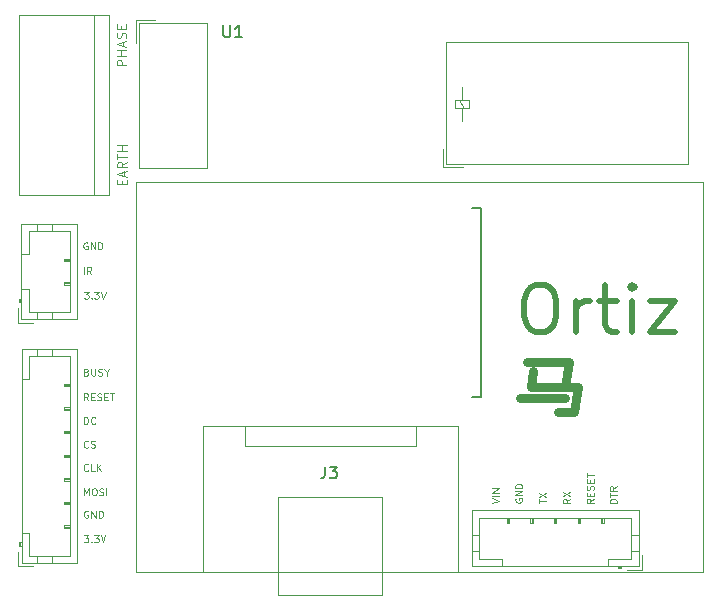
<source format=gbr>
%TF.GenerationSoftware,KiCad,Pcbnew,(6.99.0-3325-gcb6b2da55f)*%
%TF.CreationDate,2023-05-02T13:50:11+02:00*%
%TF.ProjectId,ac-control,61632d63-6f6e-4747-926f-6c2e6b696361,V1.0.0*%
%TF.SameCoordinates,Original*%
%TF.FileFunction,Legend,Top*%
%TF.FilePolarity,Positive*%
%FSLAX46Y46*%
G04 Gerber Fmt 4.6, Leading zero omitted, Abs format (unit mm)*
G04 Created by KiCad (PCBNEW (6.99.0-3325-gcb6b2da55f)) date 2023-05-02 13:50:11*
%MOMM*%
%LPD*%
G01*
G04 APERTURE LIST*
%ADD10C,0.800000*%
%ADD11C,0.500000*%
%ADD12C,0.100000*%
%ADD13C,0.150000*%
%ADD14C,0.120000*%
%ADD15C,0.152400*%
G04 APERTURE END LIST*
D10*
X135380952Y-116486666D02*
X139190476Y-116486666D01*
X138619047Y-117629523D02*
X139761904Y-117629523D01*
X136523809Y-114200952D02*
X136333333Y-115534285D01*
X136333333Y-115534285D02*
X140333333Y-115534285D01*
X140333333Y-115534285D02*
X139952380Y-117629523D01*
X135952380Y-113439047D02*
X139571428Y-113439047D01*
X139571428Y-113439047D02*
X139190476Y-115534285D01*
D11*
X136714285Y-106879523D02*
X137476190Y-106879523D01*
X137476190Y-106879523D02*
X137857142Y-107070000D01*
X137857142Y-107070000D02*
X138238095Y-107450952D01*
X138238095Y-107450952D02*
X138428571Y-108212857D01*
X138428571Y-108212857D02*
X138428571Y-109546190D01*
X138428571Y-109546190D02*
X138238095Y-110308095D01*
X138238095Y-110308095D02*
X137857142Y-110689047D01*
X137857142Y-110689047D02*
X137476190Y-110879523D01*
X137476190Y-110879523D02*
X136714285Y-110879523D01*
X136714285Y-110879523D02*
X136333333Y-110689047D01*
X136333333Y-110689047D02*
X135952380Y-110308095D01*
X135952380Y-110308095D02*
X135761904Y-109546190D01*
X135761904Y-109546190D02*
X135761904Y-108212857D01*
X135761904Y-108212857D02*
X135952380Y-107450952D01*
X135952380Y-107450952D02*
X136333333Y-107070000D01*
X136333333Y-107070000D02*
X136714285Y-106879523D01*
X140142856Y-110879523D02*
X140142856Y-108212857D01*
X140142856Y-108974761D02*
X140333333Y-108593809D01*
X140333333Y-108593809D02*
X140523809Y-108403333D01*
X140523809Y-108403333D02*
X140904761Y-108212857D01*
X140904761Y-108212857D02*
X141285714Y-108212857D01*
X142047618Y-108212857D02*
X143571427Y-108212857D01*
X142619046Y-106879523D02*
X142619046Y-110308095D01*
X142619046Y-110308095D02*
X142809523Y-110689047D01*
X142809523Y-110689047D02*
X143190475Y-110879523D01*
X143190475Y-110879523D02*
X143571427Y-110879523D01*
X144904760Y-110879523D02*
X144904760Y-108212857D01*
X144904760Y-106879523D02*
X144714284Y-107070000D01*
X144714284Y-107070000D02*
X144904760Y-107260476D01*
X144904760Y-107260476D02*
X145095237Y-107070000D01*
X145095237Y-107070000D02*
X144904760Y-106879523D01*
X144904760Y-106879523D02*
X144904760Y-107260476D01*
X146428570Y-108212857D02*
X148523808Y-108212857D01*
X148523808Y-108212857D02*
X146428570Y-110879523D01*
X146428570Y-110879523D02*
X148523808Y-110879523D01*
D12*
%TO.C,J4*%
X135025200Y-124982657D02*
X134996628Y-125039800D01*
X134996628Y-125039800D02*
X134996628Y-125125514D01*
X134996628Y-125125514D02*
X135025200Y-125211228D01*
X135025200Y-125211228D02*
X135082342Y-125268371D01*
X135082342Y-125268371D02*
X135139485Y-125296942D01*
X135139485Y-125296942D02*
X135253771Y-125325514D01*
X135253771Y-125325514D02*
X135339485Y-125325514D01*
X135339485Y-125325514D02*
X135453771Y-125296942D01*
X135453771Y-125296942D02*
X135510914Y-125268371D01*
X135510914Y-125268371D02*
X135568057Y-125211228D01*
X135568057Y-125211228D02*
X135596628Y-125125514D01*
X135596628Y-125125514D02*
X135596628Y-125068371D01*
X135596628Y-125068371D02*
X135568057Y-124982657D01*
X135568057Y-124982657D02*
X135539485Y-124954085D01*
X135539485Y-124954085D02*
X135339485Y-124954085D01*
X135339485Y-124954085D02*
X135339485Y-125068371D01*
X135596628Y-124696942D02*
X134996628Y-124696942D01*
X134996628Y-124696942D02*
X135596628Y-124354085D01*
X135596628Y-124354085D02*
X134996628Y-124354085D01*
X135596628Y-124068371D02*
X134996628Y-124068371D01*
X134996628Y-124068371D02*
X134996628Y-123925514D01*
X134996628Y-123925514D02*
X135025200Y-123839800D01*
X135025200Y-123839800D02*
X135082342Y-123782657D01*
X135082342Y-123782657D02*
X135139485Y-123754086D01*
X135139485Y-123754086D02*
X135253771Y-123725514D01*
X135253771Y-123725514D02*
X135339485Y-123725514D01*
X135339485Y-123725514D02*
X135453771Y-123754086D01*
X135453771Y-123754086D02*
X135510914Y-123782657D01*
X135510914Y-123782657D02*
X135568057Y-123839800D01*
X135568057Y-123839800D02*
X135596628Y-123925514D01*
X135596628Y-123925514D02*
X135596628Y-124068371D01*
X132996628Y-125342657D02*
X133596628Y-125142657D01*
X133596628Y-125142657D02*
X132996628Y-124942657D01*
X133596628Y-124742656D02*
X132996628Y-124742656D01*
X133596628Y-124456942D02*
X132996628Y-124456942D01*
X132996628Y-124456942D02*
X133596628Y-124114085D01*
X133596628Y-124114085D02*
X132996628Y-124114085D01*
X139636628Y-124994085D02*
X139350914Y-125194085D01*
X139636628Y-125336942D02*
X139036628Y-125336942D01*
X139036628Y-125336942D02*
X139036628Y-125108371D01*
X139036628Y-125108371D02*
X139065200Y-125051228D01*
X139065200Y-125051228D02*
X139093771Y-125022657D01*
X139093771Y-125022657D02*
X139150914Y-124994085D01*
X139150914Y-124994085D02*
X139236628Y-124994085D01*
X139236628Y-124994085D02*
X139293771Y-125022657D01*
X139293771Y-125022657D02*
X139322342Y-125051228D01*
X139322342Y-125051228D02*
X139350914Y-125108371D01*
X139350914Y-125108371D02*
X139350914Y-125336942D01*
X139036628Y-124794085D02*
X139636628Y-124394085D01*
X139036628Y-124394085D02*
X139636628Y-124794085D01*
X137026628Y-125342657D02*
X137026628Y-124999800D01*
X137626628Y-125171228D02*
X137026628Y-125171228D01*
X137026628Y-124856942D02*
X137626628Y-124456942D01*
X137026628Y-124456942D02*
X137626628Y-124856942D01*
X141646628Y-125004085D02*
X141360914Y-125204085D01*
X141646628Y-125346942D02*
X141046628Y-125346942D01*
X141046628Y-125346942D02*
X141046628Y-125118371D01*
X141046628Y-125118371D02*
X141075200Y-125061228D01*
X141075200Y-125061228D02*
X141103771Y-125032657D01*
X141103771Y-125032657D02*
X141160914Y-125004085D01*
X141160914Y-125004085D02*
X141246628Y-125004085D01*
X141246628Y-125004085D02*
X141303771Y-125032657D01*
X141303771Y-125032657D02*
X141332342Y-125061228D01*
X141332342Y-125061228D02*
X141360914Y-125118371D01*
X141360914Y-125118371D02*
X141360914Y-125346942D01*
X141332342Y-124746942D02*
X141332342Y-124546942D01*
X141646628Y-124461228D02*
X141646628Y-124746942D01*
X141646628Y-124746942D02*
X141046628Y-124746942D01*
X141046628Y-124746942D02*
X141046628Y-124461228D01*
X141618057Y-124232657D02*
X141646628Y-124146943D01*
X141646628Y-124146943D02*
X141646628Y-124004085D01*
X141646628Y-124004085D02*
X141618057Y-123946943D01*
X141618057Y-123946943D02*
X141589485Y-123918371D01*
X141589485Y-123918371D02*
X141532342Y-123889800D01*
X141532342Y-123889800D02*
X141475200Y-123889800D01*
X141475200Y-123889800D02*
X141418057Y-123918371D01*
X141418057Y-123918371D02*
X141389485Y-123946943D01*
X141389485Y-123946943D02*
X141360914Y-124004085D01*
X141360914Y-124004085D02*
X141332342Y-124118371D01*
X141332342Y-124118371D02*
X141303771Y-124175514D01*
X141303771Y-124175514D02*
X141275200Y-124204085D01*
X141275200Y-124204085D02*
X141218057Y-124232657D01*
X141218057Y-124232657D02*
X141160914Y-124232657D01*
X141160914Y-124232657D02*
X141103771Y-124204085D01*
X141103771Y-124204085D02*
X141075200Y-124175514D01*
X141075200Y-124175514D02*
X141046628Y-124118371D01*
X141046628Y-124118371D02*
X141046628Y-123975514D01*
X141046628Y-123975514D02*
X141075200Y-123889800D01*
X141332342Y-123632656D02*
X141332342Y-123432656D01*
X141646628Y-123346942D02*
X141646628Y-123632656D01*
X141646628Y-123632656D02*
X141046628Y-123632656D01*
X141046628Y-123632656D02*
X141046628Y-123346942D01*
X141046628Y-123175514D02*
X141046628Y-122832657D01*
X141646628Y-123004085D02*
X141046628Y-123004085D01*
X143596628Y-125346942D02*
X142996628Y-125346942D01*
X142996628Y-125346942D02*
X142996628Y-125204085D01*
X142996628Y-125204085D02*
X143025200Y-125118371D01*
X143025200Y-125118371D02*
X143082342Y-125061228D01*
X143082342Y-125061228D02*
X143139485Y-125032657D01*
X143139485Y-125032657D02*
X143253771Y-125004085D01*
X143253771Y-125004085D02*
X143339485Y-125004085D01*
X143339485Y-125004085D02*
X143453771Y-125032657D01*
X143453771Y-125032657D02*
X143510914Y-125061228D01*
X143510914Y-125061228D02*
X143568057Y-125118371D01*
X143568057Y-125118371D02*
X143596628Y-125204085D01*
X143596628Y-125204085D02*
X143596628Y-125346942D01*
X142996628Y-124832657D02*
X142996628Y-124489800D01*
X143596628Y-124661228D02*
X142996628Y-124661228D01*
X143596628Y-123946942D02*
X143310914Y-124146942D01*
X143596628Y-124289799D02*
X142996628Y-124289799D01*
X142996628Y-124289799D02*
X142996628Y-124061228D01*
X142996628Y-124061228D02*
X143025200Y-124004085D01*
X143025200Y-124004085D02*
X143053771Y-123975514D01*
X143053771Y-123975514D02*
X143110914Y-123946942D01*
X143110914Y-123946942D02*
X143196628Y-123946942D01*
X143196628Y-123946942D02*
X143253771Y-123975514D01*
X143253771Y-123975514D02*
X143282342Y-124004085D01*
X143282342Y-124004085D02*
X143310914Y-124061228D01*
X143310914Y-124061228D02*
X143310914Y-124289799D01*
%TO.C,J2*%
X98510714Y-107448028D02*
X98882142Y-107448028D01*
X98882142Y-107448028D02*
X98682142Y-107676600D01*
X98682142Y-107676600D02*
X98767857Y-107676600D01*
X98767857Y-107676600D02*
X98825000Y-107705171D01*
X98825000Y-107705171D02*
X98853571Y-107733742D01*
X98853571Y-107733742D02*
X98882142Y-107790885D01*
X98882142Y-107790885D02*
X98882142Y-107933742D01*
X98882142Y-107933742D02*
X98853571Y-107990885D01*
X98853571Y-107990885D02*
X98825000Y-108019457D01*
X98825000Y-108019457D02*
X98767857Y-108048028D01*
X98767857Y-108048028D02*
X98596428Y-108048028D01*
X98596428Y-108048028D02*
X98539285Y-108019457D01*
X98539285Y-108019457D02*
X98510714Y-107990885D01*
X99139286Y-107990885D02*
X99167857Y-108019457D01*
X99167857Y-108019457D02*
X99139286Y-108048028D01*
X99139286Y-108048028D02*
X99110714Y-108019457D01*
X99110714Y-108019457D02*
X99139286Y-107990885D01*
X99139286Y-107990885D02*
X99139286Y-108048028D01*
X99367857Y-107448028D02*
X99739285Y-107448028D01*
X99739285Y-107448028D02*
X99539285Y-107676600D01*
X99539285Y-107676600D02*
X99625000Y-107676600D01*
X99625000Y-107676600D02*
X99682143Y-107705171D01*
X99682143Y-107705171D02*
X99710714Y-107733742D01*
X99710714Y-107733742D02*
X99739285Y-107790885D01*
X99739285Y-107790885D02*
X99739285Y-107933742D01*
X99739285Y-107933742D02*
X99710714Y-107990885D01*
X99710714Y-107990885D02*
X99682143Y-108019457D01*
X99682143Y-108019457D02*
X99625000Y-108048028D01*
X99625000Y-108048028D02*
X99453571Y-108048028D01*
X99453571Y-108048028D02*
X99396428Y-108019457D01*
X99396428Y-108019457D02*
X99367857Y-107990885D01*
X99910714Y-107448028D02*
X100110714Y-108048028D01*
X100110714Y-108048028D02*
X100310714Y-107448028D01*
X98466257Y-105965228D02*
X98466257Y-105365228D01*
X99094828Y-105965228D02*
X98894828Y-105679514D01*
X98751971Y-105965228D02*
X98751971Y-105365228D01*
X98751971Y-105365228D02*
X98980542Y-105365228D01*
X98980542Y-105365228D02*
X99037685Y-105393800D01*
X99037685Y-105393800D02*
X99066256Y-105422371D01*
X99066256Y-105422371D02*
X99094828Y-105479514D01*
X99094828Y-105479514D02*
X99094828Y-105565228D01*
X99094828Y-105565228D02*
X99066256Y-105622371D01*
X99066256Y-105622371D02*
X99037685Y-105650942D01*
X99037685Y-105650942D02*
X98980542Y-105679514D01*
X98980542Y-105679514D02*
X98751971Y-105679514D01*
X98780542Y-103311000D02*
X98723400Y-103282428D01*
X98723400Y-103282428D02*
X98637685Y-103282428D01*
X98637685Y-103282428D02*
X98551971Y-103311000D01*
X98551971Y-103311000D02*
X98494828Y-103368142D01*
X98494828Y-103368142D02*
X98466257Y-103425285D01*
X98466257Y-103425285D02*
X98437685Y-103539571D01*
X98437685Y-103539571D02*
X98437685Y-103625285D01*
X98437685Y-103625285D02*
X98466257Y-103739571D01*
X98466257Y-103739571D02*
X98494828Y-103796714D01*
X98494828Y-103796714D02*
X98551971Y-103853857D01*
X98551971Y-103853857D02*
X98637685Y-103882428D01*
X98637685Y-103882428D02*
X98694828Y-103882428D01*
X98694828Y-103882428D02*
X98780542Y-103853857D01*
X98780542Y-103853857D02*
X98809114Y-103825285D01*
X98809114Y-103825285D02*
X98809114Y-103625285D01*
X98809114Y-103625285D02*
X98694828Y-103625285D01*
X99066257Y-103882428D02*
X99066257Y-103282428D01*
X99066257Y-103282428D02*
X99409114Y-103882428D01*
X99409114Y-103882428D02*
X99409114Y-103282428D01*
X99694828Y-103882428D02*
X99694828Y-103282428D01*
X99694828Y-103282428D02*
X99837685Y-103282428D01*
X99837685Y-103282428D02*
X99923399Y-103311000D01*
X99923399Y-103311000D02*
X99980542Y-103368142D01*
X99980542Y-103368142D02*
X100009113Y-103425285D01*
X100009113Y-103425285D02*
X100037685Y-103539571D01*
X100037685Y-103539571D02*
X100037685Y-103625285D01*
X100037685Y-103625285D02*
X100009113Y-103739571D01*
X100009113Y-103739571D02*
X99980542Y-103796714D01*
X99980542Y-103796714D02*
X99923399Y-103853857D01*
X99923399Y-103853857D02*
X99837685Y-103882428D01*
X99837685Y-103882428D02*
X99694828Y-103882428D01*
%TO.C,J5*%
X101666257Y-98342723D02*
X101666257Y-98076057D01*
X102085304Y-97961771D02*
X102085304Y-98342723D01*
X102085304Y-98342723D02*
X101285304Y-98342723D01*
X101285304Y-98342723D02*
X101285304Y-97961771D01*
X101856733Y-97657009D02*
X101856733Y-97276056D01*
X102085304Y-97733199D02*
X101285304Y-97466532D01*
X101285304Y-97466532D02*
X102085304Y-97199866D01*
X102085304Y-96476056D02*
X101704352Y-96742723D01*
X102085304Y-96933199D02*
X101285304Y-96933199D01*
X101285304Y-96933199D02*
X101285304Y-96628437D01*
X101285304Y-96628437D02*
X101323400Y-96552247D01*
X101323400Y-96552247D02*
X101361495Y-96514152D01*
X101361495Y-96514152D02*
X101437685Y-96476056D01*
X101437685Y-96476056D02*
X101551971Y-96476056D01*
X101551971Y-96476056D02*
X101628161Y-96514152D01*
X101628161Y-96514152D02*
X101666257Y-96552247D01*
X101666257Y-96552247D02*
X101704352Y-96628437D01*
X101704352Y-96628437D02*
X101704352Y-96933199D01*
X101285304Y-96247485D02*
X101285304Y-95790342D01*
X102085304Y-96018914D02*
X101285304Y-96018914D01*
X102085304Y-95523675D02*
X101285304Y-95523675D01*
X101666257Y-95523675D02*
X101666257Y-95066532D01*
X102085304Y-95066532D02*
X101285304Y-95066532D01*
X102045304Y-88272723D02*
X101245304Y-88272723D01*
X101245304Y-88272723D02*
X101245304Y-87967961D01*
X101245304Y-87967961D02*
X101283400Y-87891771D01*
X101283400Y-87891771D02*
X101321495Y-87853676D01*
X101321495Y-87853676D02*
X101397685Y-87815580D01*
X101397685Y-87815580D02*
X101511971Y-87815580D01*
X101511971Y-87815580D02*
X101588161Y-87853676D01*
X101588161Y-87853676D02*
X101626257Y-87891771D01*
X101626257Y-87891771D02*
X101664352Y-87967961D01*
X101664352Y-87967961D02*
X101664352Y-88272723D01*
X102045304Y-87472723D02*
X101245304Y-87472723D01*
X101626257Y-87472723D02*
X101626257Y-87015580D01*
X102045304Y-87015580D02*
X101245304Y-87015580D01*
X101816733Y-86672724D02*
X101816733Y-86291771D01*
X102045304Y-86748914D02*
X101245304Y-86482247D01*
X101245304Y-86482247D02*
X102045304Y-86215581D01*
X102007209Y-85987010D02*
X102045304Y-85872724D01*
X102045304Y-85872724D02*
X102045304Y-85682248D01*
X102045304Y-85682248D02*
X102007209Y-85606057D01*
X102007209Y-85606057D02*
X101969114Y-85567962D01*
X101969114Y-85567962D02*
X101892923Y-85529867D01*
X101892923Y-85529867D02*
X101816733Y-85529867D01*
X101816733Y-85529867D02*
X101740542Y-85567962D01*
X101740542Y-85567962D02*
X101702447Y-85606057D01*
X101702447Y-85606057D02*
X101664352Y-85682248D01*
X101664352Y-85682248D02*
X101626257Y-85834629D01*
X101626257Y-85834629D02*
X101588161Y-85910819D01*
X101588161Y-85910819D02*
X101550066Y-85948914D01*
X101550066Y-85948914D02*
X101473876Y-85987010D01*
X101473876Y-85987010D02*
X101397685Y-85987010D01*
X101397685Y-85987010D02*
X101321495Y-85948914D01*
X101321495Y-85948914D02*
X101283400Y-85910819D01*
X101283400Y-85910819D02*
X101245304Y-85834629D01*
X101245304Y-85834629D02*
X101245304Y-85644152D01*
X101245304Y-85644152D02*
X101283400Y-85529867D01*
X101626257Y-85187009D02*
X101626257Y-84920343D01*
X102045304Y-84806057D02*
X102045304Y-85187009D01*
X102045304Y-85187009D02*
X101245304Y-85187009D01*
X101245304Y-85187009D02*
X101245304Y-84806057D01*
%TO.C,J1*%
X98834514Y-122570485D02*
X98805942Y-122599057D01*
X98805942Y-122599057D02*
X98720228Y-122627628D01*
X98720228Y-122627628D02*
X98663085Y-122627628D01*
X98663085Y-122627628D02*
X98577371Y-122599057D01*
X98577371Y-122599057D02*
X98520228Y-122541914D01*
X98520228Y-122541914D02*
X98491657Y-122484771D01*
X98491657Y-122484771D02*
X98463085Y-122370485D01*
X98463085Y-122370485D02*
X98463085Y-122284771D01*
X98463085Y-122284771D02*
X98491657Y-122170485D01*
X98491657Y-122170485D02*
X98520228Y-122113342D01*
X98520228Y-122113342D02*
X98577371Y-122056200D01*
X98577371Y-122056200D02*
X98663085Y-122027628D01*
X98663085Y-122027628D02*
X98720228Y-122027628D01*
X98720228Y-122027628D02*
X98805942Y-122056200D01*
X98805942Y-122056200D02*
X98834514Y-122084771D01*
X99377371Y-122627628D02*
X99091657Y-122627628D01*
X99091657Y-122627628D02*
X99091657Y-122027628D01*
X99577371Y-122627628D02*
X99577371Y-122027628D01*
X99920228Y-122627628D02*
X99663085Y-122284771D01*
X99920228Y-122027628D02*
X99577371Y-122370485D01*
X98485314Y-128072828D02*
X98856742Y-128072828D01*
X98856742Y-128072828D02*
X98656742Y-128301400D01*
X98656742Y-128301400D02*
X98742457Y-128301400D01*
X98742457Y-128301400D02*
X98799600Y-128329971D01*
X98799600Y-128329971D02*
X98828171Y-128358542D01*
X98828171Y-128358542D02*
X98856742Y-128415685D01*
X98856742Y-128415685D02*
X98856742Y-128558542D01*
X98856742Y-128558542D02*
X98828171Y-128615685D01*
X98828171Y-128615685D02*
X98799600Y-128644257D01*
X98799600Y-128644257D02*
X98742457Y-128672828D01*
X98742457Y-128672828D02*
X98571028Y-128672828D01*
X98571028Y-128672828D02*
X98513885Y-128644257D01*
X98513885Y-128644257D02*
X98485314Y-128615685D01*
X99113886Y-128615685D02*
X99142457Y-128644257D01*
X99142457Y-128644257D02*
X99113886Y-128672828D01*
X99113886Y-128672828D02*
X99085314Y-128644257D01*
X99085314Y-128644257D02*
X99113886Y-128615685D01*
X99113886Y-128615685D02*
X99113886Y-128672828D01*
X99342457Y-128072828D02*
X99713885Y-128072828D01*
X99713885Y-128072828D02*
X99513885Y-128301400D01*
X99513885Y-128301400D02*
X99599600Y-128301400D01*
X99599600Y-128301400D02*
X99656743Y-128329971D01*
X99656743Y-128329971D02*
X99685314Y-128358542D01*
X99685314Y-128358542D02*
X99713885Y-128415685D01*
X99713885Y-128415685D02*
X99713885Y-128558542D01*
X99713885Y-128558542D02*
X99685314Y-128615685D01*
X99685314Y-128615685D02*
X99656743Y-128644257D01*
X99656743Y-128644257D02*
X99599600Y-128672828D01*
X99599600Y-128672828D02*
X99428171Y-128672828D01*
X99428171Y-128672828D02*
X99371028Y-128644257D01*
X99371028Y-128644257D02*
X99342457Y-128615685D01*
X99885314Y-128072828D02*
X100085314Y-128672828D01*
X100085314Y-128672828D02*
X100285314Y-128072828D01*
X98491657Y-118665228D02*
X98491657Y-118065228D01*
X98491657Y-118065228D02*
X98634514Y-118065228D01*
X98634514Y-118065228D02*
X98720228Y-118093800D01*
X98720228Y-118093800D02*
X98777371Y-118150942D01*
X98777371Y-118150942D02*
X98805942Y-118208085D01*
X98805942Y-118208085D02*
X98834514Y-118322371D01*
X98834514Y-118322371D02*
X98834514Y-118408085D01*
X98834514Y-118408085D02*
X98805942Y-118522371D01*
X98805942Y-118522371D02*
X98777371Y-118579514D01*
X98777371Y-118579514D02*
X98720228Y-118636657D01*
X98720228Y-118636657D02*
X98634514Y-118665228D01*
X98634514Y-118665228D02*
X98491657Y-118665228D01*
X99434514Y-118608085D02*
X99405942Y-118636657D01*
X99405942Y-118636657D02*
X99320228Y-118665228D01*
X99320228Y-118665228D02*
X99263085Y-118665228D01*
X99263085Y-118665228D02*
X99177371Y-118636657D01*
X99177371Y-118636657D02*
X99120228Y-118579514D01*
X99120228Y-118579514D02*
X99091657Y-118522371D01*
X99091657Y-118522371D02*
X99063085Y-118408085D01*
X99063085Y-118408085D02*
X99063085Y-118322371D01*
X99063085Y-118322371D02*
X99091657Y-118208085D01*
X99091657Y-118208085D02*
X99120228Y-118150942D01*
X99120228Y-118150942D02*
X99177371Y-118093800D01*
X99177371Y-118093800D02*
X99263085Y-118065228D01*
X99263085Y-118065228D02*
X99320228Y-118065228D01*
X99320228Y-118065228D02*
X99405942Y-118093800D01*
X99405942Y-118093800D02*
X99434514Y-118122371D01*
X98491657Y-124710428D02*
X98491657Y-124110428D01*
X98491657Y-124110428D02*
X98691657Y-124539000D01*
X98691657Y-124539000D02*
X98891657Y-124110428D01*
X98891657Y-124110428D02*
X98891657Y-124710428D01*
X99291656Y-124110428D02*
X99405942Y-124110428D01*
X99405942Y-124110428D02*
X99463085Y-124139000D01*
X99463085Y-124139000D02*
X99520228Y-124196142D01*
X99520228Y-124196142D02*
X99548799Y-124310428D01*
X99548799Y-124310428D02*
X99548799Y-124510428D01*
X99548799Y-124510428D02*
X99520228Y-124624714D01*
X99520228Y-124624714D02*
X99463085Y-124681857D01*
X99463085Y-124681857D02*
X99405942Y-124710428D01*
X99405942Y-124710428D02*
X99291656Y-124710428D01*
X99291656Y-124710428D02*
X99234514Y-124681857D01*
X99234514Y-124681857D02*
X99177371Y-124624714D01*
X99177371Y-124624714D02*
X99148799Y-124510428D01*
X99148799Y-124510428D02*
X99148799Y-124310428D01*
X99148799Y-124310428D02*
X99177371Y-124196142D01*
X99177371Y-124196142D02*
X99234514Y-124139000D01*
X99234514Y-124139000D02*
X99291656Y-124110428D01*
X99777370Y-124681857D02*
X99863085Y-124710428D01*
X99863085Y-124710428D02*
X100005942Y-124710428D01*
X100005942Y-124710428D02*
X100063085Y-124681857D01*
X100063085Y-124681857D02*
X100091656Y-124653285D01*
X100091656Y-124653285D02*
X100120227Y-124596142D01*
X100120227Y-124596142D02*
X100120227Y-124539000D01*
X100120227Y-124539000D02*
X100091656Y-124481857D01*
X100091656Y-124481857D02*
X100063085Y-124453285D01*
X100063085Y-124453285D02*
X100005942Y-124424714D01*
X100005942Y-124424714D02*
X99891656Y-124396142D01*
X99891656Y-124396142D02*
X99834513Y-124367571D01*
X99834513Y-124367571D02*
X99805942Y-124339000D01*
X99805942Y-124339000D02*
X99777370Y-124281857D01*
X99777370Y-124281857D02*
X99777370Y-124224714D01*
X99777370Y-124224714D02*
X99805942Y-124167571D01*
X99805942Y-124167571D02*
X99834513Y-124139000D01*
X99834513Y-124139000D02*
X99891656Y-124110428D01*
X99891656Y-124110428D02*
X100034513Y-124110428D01*
X100034513Y-124110428D02*
X100120227Y-124139000D01*
X100377371Y-124710428D02*
X100377371Y-124110428D01*
X98691657Y-114261542D02*
X98777371Y-114290114D01*
X98777371Y-114290114D02*
X98805942Y-114318685D01*
X98805942Y-114318685D02*
X98834514Y-114375828D01*
X98834514Y-114375828D02*
X98834514Y-114461542D01*
X98834514Y-114461542D02*
X98805942Y-114518685D01*
X98805942Y-114518685D02*
X98777371Y-114547257D01*
X98777371Y-114547257D02*
X98720228Y-114575828D01*
X98720228Y-114575828D02*
X98491657Y-114575828D01*
X98491657Y-114575828D02*
X98491657Y-113975828D01*
X98491657Y-113975828D02*
X98691657Y-113975828D01*
X98691657Y-113975828D02*
X98748800Y-114004400D01*
X98748800Y-114004400D02*
X98777371Y-114032971D01*
X98777371Y-114032971D02*
X98805942Y-114090114D01*
X98805942Y-114090114D02*
X98805942Y-114147257D01*
X98805942Y-114147257D02*
X98777371Y-114204400D01*
X98777371Y-114204400D02*
X98748800Y-114232971D01*
X98748800Y-114232971D02*
X98691657Y-114261542D01*
X98691657Y-114261542D02*
X98491657Y-114261542D01*
X99091657Y-113975828D02*
X99091657Y-114461542D01*
X99091657Y-114461542D02*
X99120228Y-114518685D01*
X99120228Y-114518685D02*
X99148800Y-114547257D01*
X99148800Y-114547257D02*
X99205942Y-114575828D01*
X99205942Y-114575828D02*
X99320228Y-114575828D01*
X99320228Y-114575828D02*
X99377371Y-114547257D01*
X99377371Y-114547257D02*
X99405942Y-114518685D01*
X99405942Y-114518685D02*
X99434514Y-114461542D01*
X99434514Y-114461542D02*
X99434514Y-113975828D01*
X99691656Y-114547257D02*
X99777371Y-114575828D01*
X99777371Y-114575828D02*
X99920228Y-114575828D01*
X99920228Y-114575828D02*
X99977371Y-114547257D01*
X99977371Y-114547257D02*
X100005942Y-114518685D01*
X100005942Y-114518685D02*
X100034513Y-114461542D01*
X100034513Y-114461542D02*
X100034513Y-114404400D01*
X100034513Y-114404400D02*
X100005942Y-114347257D01*
X100005942Y-114347257D02*
X99977371Y-114318685D01*
X99977371Y-114318685D02*
X99920228Y-114290114D01*
X99920228Y-114290114D02*
X99805942Y-114261542D01*
X99805942Y-114261542D02*
X99748799Y-114232971D01*
X99748799Y-114232971D02*
X99720228Y-114204400D01*
X99720228Y-114204400D02*
X99691656Y-114147257D01*
X99691656Y-114147257D02*
X99691656Y-114090114D01*
X99691656Y-114090114D02*
X99720228Y-114032971D01*
X99720228Y-114032971D02*
X99748799Y-114004400D01*
X99748799Y-114004400D02*
X99805942Y-113975828D01*
X99805942Y-113975828D02*
X99948799Y-113975828D01*
X99948799Y-113975828D02*
X100034513Y-114004400D01*
X100405942Y-114290114D02*
X100405942Y-114575828D01*
X100205942Y-113975828D02*
X100405942Y-114290114D01*
X100405942Y-114290114D02*
X100605942Y-113975828D01*
X98831342Y-126018600D02*
X98774200Y-125990028D01*
X98774200Y-125990028D02*
X98688485Y-125990028D01*
X98688485Y-125990028D02*
X98602771Y-126018600D01*
X98602771Y-126018600D02*
X98545628Y-126075742D01*
X98545628Y-126075742D02*
X98517057Y-126132885D01*
X98517057Y-126132885D02*
X98488485Y-126247171D01*
X98488485Y-126247171D02*
X98488485Y-126332885D01*
X98488485Y-126332885D02*
X98517057Y-126447171D01*
X98517057Y-126447171D02*
X98545628Y-126504314D01*
X98545628Y-126504314D02*
X98602771Y-126561457D01*
X98602771Y-126561457D02*
X98688485Y-126590028D01*
X98688485Y-126590028D02*
X98745628Y-126590028D01*
X98745628Y-126590028D02*
X98831342Y-126561457D01*
X98831342Y-126561457D02*
X98859914Y-126532885D01*
X98859914Y-126532885D02*
X98859914Y-126332885D01*
X98859914Y-126332885D02*
X98745628Y-126332885D01*
X99117057Y-126590028D02*
X99117057Y-125990028D01*
X99117057Y-125990028D02*
X99459914Y-126590028D01*
X99459914Y-126590028D02*
X99459914Y-125990028D01*
X99745628Y-126590028D02*
X99745628Y-125990028D01*
X99745628Y-125990028D02*
X99888485Y-125990028D01*
X99888485Y-125990028D02*
X99974199Y-126018600D01*
X99974199Y-126018600D02*
X100031342Y-126075742D01*
X100031342Y-126075742D02*
X100059913Y-126132885D01*
X100059913Y-126132885D02*
X100088485Y-126247171D01*
X100088485Y-126247171D02*
X100088485Y-126332885D01*
X100088485Y-126332885D02*
X100059913Y-126447171D01*
X100059913Y-126447171D02*
X100031342Y-126504314D01*
X100031342Y-126504314D02*
X99974199Y-126561457D01*
X99974199Y-126561457D02*
X99888485Y-126590028D01*
X99888485Y-126590028D02*
X99745628Y-126590028D01*
X98834514Y-120614685D02*
X98805942Y-120643257D01*
X98805942Y-120643257D02*
X98720228Y-120671828D01*
X98720228Y-120671828D02*
X98663085Y-120671828D01*
X98663085Y-120671828D02*
X98577371Y-120643257D01*
X98577371Y-120643257D02*
X98520228Y-120586114D01*
X98520228Y-120586114D02*
X98491657Y-120528971D01*
X98491657Y-120528971D02*
X98463085Y-120414685D01*
X98463085Y-120414685D02*
X98463085Y-120328971D01*
X98463085Y-120328971D02*
X98491657Y-120214685D01*
X98491657Y-120214685D02*
X98520228Y-120157542D01*
X98520228Y-120157542D02*
X98577371Y-120100400D01*
X98577371Y-120100400D02*
X98663085Y-120071828D01*
X98663085Y-120071828D02*
X98720228Y-120071828D01*
X98720228Y-120071828D02*
X98805942Y-120100400D01*
X98805942Y-120100400D02*
X98834514Y-120128971D01*
X99063085Y-120643257D02*
X99148800Y-120671828D01*
X99148800Y-120671828D02*
X99291657Y-120671828D01*
X99291657Y-120671828D02*
X99348800Y-120643257D01*
X99348800Y-120643257D02*
X99377371Y-120614685D01*
X99377371Y-120614685D02*
X99405942Y-120557542D01*
X99405942Y-120557542D02*
X99405942Y-120500400D01*
X99405942Y-120500400D02*
X99377371Y-120443257D01*
X99377371Y-120443257D02*
X99348800Y-120414685D01*
X99348800Y-120414685D02*
X99291657Y-120386114D01*
X99291657Y-120386114D02*
X99177371Y-120357542D01*
X99177371Y-120357542D02*
X99120228Y-120328971D01*
X99120228Y-120328971D02*
X99091657Y-120300400D01*
X99091657Y-120300400D02*
X99063085Y-120243257D01*
X99063085Y-120243257D02*
X99063085Y-120186114D01*
X99063085Y-120186114D02*
X99091657Y-120128971D01*
X99091657Y-120128971D02*
X99120228Y-120100400D01*
X99120228Y-120100400D02*
X99177371Y-120071828D01*
X99177371Y-120071828D02*
X99320228Y-120071828D01*
X99320228Y-120071828D02*
X99405942Y-120100400D01*
X98834514Y-116658628D02*
X98634514Y-116372914D01*
X98491657Y-116658628D02*
X98491657Y-116058628D01*
X98491657Y-116058628D02*
X98720228Y-116058628D01*
X98720228Y-116058628D02*
X98777371Y-116087200D01*
X98777371Y-116087200D02*
X98805942Y-116115771D01*
X98805942Y-116115771D02*
X98834514Y-116172914D01*
X98834514Y-116172914D02*
X98834514Y-116258628D01*
X98834514Y-116258628D02*
X98805942Y-116315771D01*
X98805942Y-116315771D02*
X98777371Y-116344342D01*
X98777371Y-116344342D02*
X98720228Y-116372914D01*
X98720228Y-116372914D02*
X98491657Y-116372914D01*
X99091657Y-116344342D02*
X99291657Y-116344342D01*
X99377371Y-116658628D02*
X99091657Y-116658628D01*
X99091657Y-116658628D02*
X99091657Y-116058628D01*
X99091657Y-116058628D02*
X99377371Y-116058628D01*
X99605942Y-116630057D02*
X99691657Y-116658628D01*
X99691657Y-116658628D02*
X99834514Y-116658628D01*
X99834514Y-116658628D02*
X99891657Y-116630057D01*
X99891657Y-116630057D02*
X99920228Y-116601485D01*
X99920228Y-116601485D02*
X99948799Y-116544342D01*
X99948799Y-116544342D02*
X99948799Y-116487200D01*
X99948799Y-116487200D02*
X99920228Y-116430057D01*
X99920228Y-116430057D02*
X99891657Y-116401485D01*
X99891657Y-116401485D02*
X99834514Y-116372914D01*
X99834514Y-116372914D02*
X99720228Y-116344342D01*
X99720228Y-116344342D02*
X99663085Y-116315771D01*
X99663085Y-116315771D02*
X99634514Y-116287200D01*
X99634514Y-116287200D02*
X99605942Y-116230057D01*
X99605942Y-116230057D02*
X99605942Y-116172914D01*
X99605942Y-116172914D02*
X99634514Y-116115771D01*
X99634514Y-116115771D02*
X99663085Y-116087200D01*
X99663085Y-116087200D02*
X99720228Y-116058628D01*
X99720228Y-116058628D02*
X99863085Y-116058628D01*
X99863085Y-116058628D02*
X99948799Y-116087200D01*
X100205943Y-116344342D02*
X100405943Y-116344342D01*
X100491657Y-116658628D02*
X100205943Y-116658628D01*
X100205943Y-116658628D02*
X100205943Y-116058628D01*
X100205943Y-116058628D02*
X100491657Y-116058628D01*
X100663085Y-116058628D02*
X101005943Y-116058628D01*
X100834514Y-116658628D02*
X100834514Y-116058628D01*
D13*
%TO.C,J3*%
X118893466Y-122266580D02*
X118893466Y-122980866D01*
X118893466Y-122980866D02*
X118845847Y-123123723D01*
X118845847Y-123123723D02*
X118750609Y-123218961D01*
X118750609Y-123218961D02*
X118607752Y-123266580D01*
X118607752Y-123266580D02*
X118512514Y-123266580D01*
X119274419Y-122266580D02*
X119893466Y-122266580D01*
X119893466Y-122266580D02*
X119560133Y-122647533D01*
X119560133Y-122647533D02*
X119702990Y-122647533D01*
X119702990Y-122647533D02*
X119798228Y-122695152D01*
X119798228Y-122695152D02*
X119845847Y-122742771D01*
X119845847Y-122742771D02*
X119893466Y-122838009D01*
X119893466Y-122838009D02*
X119893466Y-123076104D01*
X119893466Y-123076104D02*
X119845847Y-123171342D01*
X119845847Y-123171342D02*
X119798228Y-123218961D01*
X119798228Y-123218961D02*
X119702990Y-123266580D01*
X119702990Y-123266580D02*
X119417276Y-123266580D01*
X119417276Y-123266580D02*
X119322038Y-123218961D01*
X119322038Y-123218961D02*
X119274419Y-123171342D01*
%TO.C,U1*%
X110286895Y-84914580D02*
X110286895Y-85724104D01*
X110286895Y-85724104D02*
X110334514Y-85819342D01*
X110334514Y-85819342D02*
X110382133Y-85866961D01*
X110382133Y-85866961D02*
X110477371Y-85914580D01*
X110477371Y-85914580D02*
X110667847Y-85914580D01*
X110667847Y-85914580D02*
X110763085Y-85866961D01*
X110763085Y-85866961D02*
X110810704Y-85819342D01*
X110810704Y-85819342D02*
X110858323Y-85724104D01*
X110858323Y-85724104D02*
X110858323Y-84914580D01*
X111858323Y-85914580D02*
X111286895Y-85914580D01*
X111572609Y-85914580D02*
X111572609Y-84914580D01*
X111572609Y-84914580D02*
X111477371Y-85057438D01*
X111477371Y-85057438D02*
X111382133Y-85152676D01*
X111382133Y-85152676D02*
X111286895Y-85200295D01*
D14*
%TO.C,E-Ink Screen*%
X102890000Y-98180000D02*
X150890000Y-98180000D01*
X150890000Y-98180000D02*
X150890000Y-131180000D01*
X150890000Y-131180000D02*
X102890000Y-131180000D01*
X102890000Y-131180000D02*
X102890000Y-98180000D01*
X102890000Y-98180000D02*
X150890000Y-98180000D01*
X150890000Y-98180000D02*
X150890000Y-131180000D01*
X150890000Y-131180000D02*
X102890000Y-131180000D01*
X102890000Y-131180000D02*
X102890000Y-98180000D01*
D15*
%TO.C,U2*%
X131345300Y-116372400D02*
X132107300Y-116372400D01*
X132107300Y-116372400D02*
X132107300Y-100370400D01*
X132107300Y-100370400D02*
X131345300Y-100370400D01*
D14*
%TO.C,J4*%
X145739200Y-130989600D02*
X145739200Y-129739600D01*
X145439200Y-130689600D02*
X145439200Y-125969600D01*
X145439200Y-129379600D02*
X144829200Y-129379600D01*
X145439200Y-128079600D02*
X144829200Y-128079600D01*
X145439200Y-125969600D02*
X131319200Y-125969600D01*
X144829200Y-130079600D02*
X144829200Y-126579600D01*
X144829200Y-126579600D02*
X131929200Y-126579600D01*
X144489200Y-130989600D02*
X145739200Y-130989600D01*
X143979200Y-130889600D02*
X143979200Y-130689600D01*
X143679200Y-130889600D02*
X143979200Y-130889600D01*
X143679200Y-130789600D02*
X143979200Y-130789600D01*
X143679200Y-130689600D02*
X143679200Y-130889600D01*
X142879200Y-130689600D02*
X142879200Y-130079600D01*
X142879200Y-130079600D02*
X144829200Y-130079600D01*
X142479200Y-127079600D02*
X142279200Y-127079600D01*
X142479200Y-126579600D02*
X142479200Y-127079600D01*
X142379200Y-126579600D02*
X142379200Y-127079600D01*
X142279200Y-127079600D02*
X142279200Y-126579600D01*
X140479200Y-127079600D02*
X140279200Y-127079600D01*
X140479200Y-126579600D02*
X140479200Y-127079600D01*
X140379200Y-126579600D02*
X140379200Y-127079600D01*
X140279200Y-127079600D02*
X140279200Y-126579600D01*
X138479200Y-127079600D02*
X138279200Y-127079600D01*
X138479200Y-126579600D02*
X138479200Y-127079600D01*
X138379200Y-126579600D02*
X138379200Y-127079600D01*
X138279200Y-127079600D02*
X138279200Y-126579600D01*
X136479200Y-127079600D02*
X136279200Y-127079600D01*
X136479200Y-126579600D02*
X136479200Y-127079600D01*
X136379200Y-126579600D02*
X136379200Y-127079600D01*
X136279200Y-127079600D02*
X136279200Y-126579600D01*
X134479200Y-127079600D02*
X134279200Y-127079600D01*
X134479200Y-126579600D02*
X134479200Y-127079600D01*
X134379200Y-126579600D02*
X134379200Y-127079600D01*
X134279200Y-127079600D02*
X134279200Y-126579600D01*
X133879200Y-130079600D02*
X133879200Y-130689600D01*
X131929200Y-130079600D02*
X133879200Y-130079600D01*
X131929200Y-126579600D02*
X131929200Y-130079600D01*
X131319200Y-130689600D02*
X145439200Y-130689600D01*
X131319200Y-129379600D02*
X131929200Y-129379600D01*
X131319200Y-128079600D02*
X131929200Y-128079600D01*
X131319200Y-125969600D02*
X131319200Y-130689600D01*
%TO.C,J2*%
X92886000Y-110106800D02*
X94136000Y-110106800D01*
X93186000Y-109806800D02*
X97906000Y-109806800D01*
X94496000Y-109806800D02*
X94496000Y-109196800D01*
X95796000Y-109806800D02*
X95796000Y-109196800D01*
X97906000Y-109806800D02*
X97906000Y-101686800D01*
X93796000Y-109196800D02*
X97296000Y-109196800D01*
X97296000Y-109196800D02*
X97296000Y-102296800D01*
X92886000Y-108856800D02*
X92886000Y-110106800D01*
X92986000Y-108346800D02*
X93186000Y-108346800D01*
X92986000Y-108046800D02*
X92986000Y-108346800D01*
X93086000Y-108046800D02*
X93086000Y-108346800D01*
X93186000Y-108046800D02*
X92986000Y-108046800D01*
X93186000Y-107246800D02*
X93796000Y-107246800D01*
X93796000Y-107246800D02*
X93796000Y-109196800D01*
X96796000Y-106846800D02*
X96796000Y-106646800D01*
X97296000Y-106846800D02*
X96796000Y-106846800D01*
X97296000Y-106746800D02*
X96796000Y-106746800D01*
X96796000Y-106646800D02*
X97296000Y-106646800D01*
X96796000Y-104846800D02*
X96796000Y-104646800D01*
X97296000Y-104846800D02*
X96796000Y-104846800D01*
X97296000Y-104746800D02*
X96796000Y-104746800D01*
X96796000Y-104646800D02*
X97296000Y-104646800D01*
X93796000Y-104246800D02*
X93186000Y-104246800D01*
X93796000Y-102296800D02*
X93796000Y-104246800D01*
X97296000Y-102296800D02*
X93796000Y-102296800D01*
X93186000Y-101686800D02*
X93186000Y-109806800D01*
X94496000Y-101686800D02*
X94496000Y-102296800D01*
X95796000Y-101686800D02*
X95796000Y-102296800D01*
X97906000Y-101686800D02*
X93186000Y-101686800D01*
%TO.C,J5*%
X92989400Y-99263200D02*
X92989400Y-84023200D01*
X99339400Y-99263200D02*
X99339400Y-84023200D01*
X100609400Y-99263200D02*
X92989400Y-99263200D01*
X100609400Y-99263200D02*
X100609400Y-84023200D01*
X100609400Y-84023200D02*
X92989400Y-84023200D01*
%TO.C,J1*%
X97914800Y-112286200D02*
X93194800Y-112286200D01*
X95804800Y-112286200D02*
X95804800Y-112896200D01*
X94504800Y-112286200D02*
X94504800Y-112896200D01*
X93194800Y-112286200D02*
X93194800Y-130406200D01*
X97304800Y-112896200D02*
X93804800Y-112896200D01*
X93804800Y-112896200D02*
X93804800Y-114846200D01*
X93804800Y-114846200D02*
X93194800Y-114846200D01*
X96804800Y-115246200D02*
X97304800Y-115246200D01*
X97304800Y-115346200D02*
X96804800Y-115346200D01*
X97304800Y-115446200D02*
X96804800Y-115446200D01*
X96804800Y-115446200D02*
X96804800Y-115246200D01*
X96804800Y-117246200D02*
X97304800Y-117246200D01*
X97304800Y-117346200D02*
X96804800Y-117346200D01*
X97304800Y-117446200D02*
X96804800Y-117446200D01*
X96804800Y-117446200D02*
X96804800Y-117246200D01*
X96804800Y-119246200D02*
X97304800Y-119246200D01*
X97304800Y-119346200D02*
X96804800Y-119346200D01*
X97304800Y-119446200D02*
X96804800Y-119446200D01*
X96804800Y-119446200D02*
X96804800Y-119246200D01*
X96804800Y-121246200D02*
X97304800Y-121246200D01*
X97304800Y-121346200D02*
X96804800Y-121346200D01*
X97304800Y-121446200D02*
X96804800Y-121446200D01*
X96804800Y-121446200D02*
X96804800Y-121246200D01*
X96804800Y-123246200D02*
X97304800Y-123246200D01*
X97304800Y-123346200D02*
X96804800Y-123346200D01*
X97304800Y-123446200D02*
X96804800Y-123446200D01*
X96804800Y-123446200D02*
X96804800Y-123246200D01*
X96804800Y-125246200D02*
X97304800Y-125246200D01*
X97304800Y-125346200D02*
X96804800Y-125346200D01*
X97304800Y-125446200D02*
X96804800Y-125446200D01*
X96804800Y-125446200D02*
X96804800Y-125246200D01*
X96804800Y-127246200D02*
X97304800Y-127246200D01*
X97304800Y-127346200D02*
X96804800Y-127346200D01*
X97304800Y-127446200D02*
X96804800Y-127446200D01*
X96804800Y-127446200D02*
X96804800Y-127246200D01*
X93804800Y-127846200D02*
X93804800Y-129796200D01*
X93194800Y-127846200D02*
X93804800Y-127846200D01*
X93194800Y-128646200D02*
X92994800Y-128646200D01*
X93094800Y-128646200D02*
X93094800Y-128946200D01*
X92994800Y-128646200D02*
X92994800Y-128946200D01*
X92994800Y-128946200D02*
X93194800Y-128946200D01*
X92894800Y-129456200D02*
X92894800Y-130706200D01*
X97304800Y-129796200D02*
X97304800Y-112896200D01*
X93804800Y-129796200D02*
X97304800Y-129796200D01*
X97914800Y-130406200D02*
X97914800Y-112286200D01*
X95804800Y-130406200D02*
X95804800Y-129796200D01*
X94504800Y-130406200D02*
X94504800Y-129796200D01*
X93194800Y-130406200D02*
X97914800Y-130406200D01*
X92894800Y-130706200D02*
X94144800Y-130706200D01*
%TO.C,J3*%
X130129200Y-131164000D02*
X108529200Y-131164000D01*
X108529200Y-131164000D02*
X108529200Y-118854000D01*
X108529200Y-118854000D02*
X130129200Y-118854000D01*
X130129200Y-118854000D02*
X130129200Y-131164000D01*
X114909200Y-124834000D02*
X123749200Y-124834000D01*
X123749200Y-124834000D02*
X123749200Y-133114000D01*
X123749200Y-133114000D02*
X114909200Y-133114000D01*
X114909200Y-133114000D02*
X114909200Y-124834000D01*
X112109200Y-120534000D02*
X126559200Y-120534000D01*
X126559200Y-120534000D02*
X126559200Y-118854000D01*
X126559200Y-118854000D02*
X112109200Y-118854000D01*
X112109200Y-118854000D02*
X112109200Y-120534000D01*
%TO.C,K1*%
X128852500Y-96907500D02*
X128852500Y-95407500D01*
X129102500Y-86337500D02*
X149622500Y-86337500D01*
X129102500Y-96657500D02*
X129102500Y-86337500D01*
X129872500Y-91207500D02*
X129872500Y-91907500D01*
X129872500Y-91907500D02*
X131072500Y-91907500D01*
X130472500Y-91207500D02*
X130472500Y-90107500D01*
X130472500Y-91907500D02*
X130472500Y-93007500D01*
X130572500Y-96907500D02*
X128852500Y-96907500D01*
X130672500Y-91907500D02*
X130272500Y-91207500D01*
X131072500Y-91207500D02*
X129872500Y-91207500D01*
X131072500Y-91907500D02*
X131072500Y-91207500D01*
X149622500Y-86337500D02*
X149622500Y-96657500D01*
X149622500Y-96657500D02*
X129102500Y-96657500D01*
%TO.C,U1*%
X102855500Y-84416300D02*
X102855500Y-86416300D01*
X102855500Y-84416300D02*
X104465500Y-84416300D01*
X103135500Y-96956300D02*
X103135500Y-84706300D01*
X103145500Y-84696300D02*
X108885500Y-84696300D01*
X108895500Y-84696300D02*
X108895500Y-96956300D01*
X108895500Y-96956300D02*
X103135500Y-96956300D01*
%TD*%
M02*

</source>
